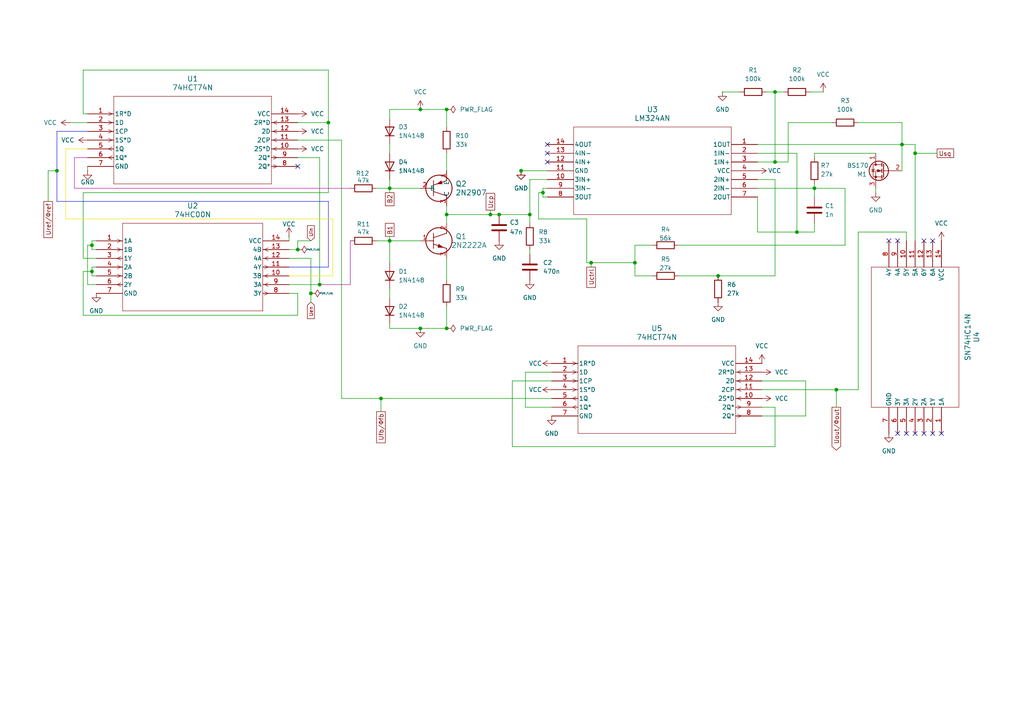
<source format=kicad_sch>
(kicad_sch (version 20250114) (generator "eeschema") (generator_version "9.0")
  (paper "A4")
  (lib_symbols
    (symbol "Device:C" (pin_numbers (hide yes)) (pin_names (offset 0.254))
      (property "Reference" "C" (at 0.635 2.54 0))
      (property "Value" "C" (at 0.635 -2.54 0))
      (symbol "C_0_1"
        (polyline (pts (xy -2.032 0.762) (xy 2.032 0.762)) (stroke (width 0.508)))
        (polyline (pts (xy -2.032 -0.762) (xy 2.032 -0.762)) (stroke (width 0.508)))
      )
      (symbol "C_1_1"
        (pin passive line (at 0 3.81 270) (length 2.794) (name "~") (number "1"))
        (pin passive line (at 0 -3.81 90) (length 2.794) (name "~") (number "2"))
      )
    )
    (symbol "Device:R" (pin_numbers (hide yes)) (pin_names (offset 0))
      (property "Reference" "R" (at 2.032 0 90))
      (property "Value" "R" (at 0 0 90))
      (symbol "R_0_1"
        (rectangle (start -1.016 -2.54) (end 1.016 2.54) (stroke (width 0.254)))
      )
      (symbol "R_1_1"
        (pin passive line (at 0 3.81 270) (length 1.27) (name "~") (number "1"))
        (pin passive line (at 0 -3.81 90) (length 1.27) (name "~") (number "2"))
      )
    )
    (symbol "Diode:1N4148" (pin_numbers (hide yes)) (pin_names (hide yes))
      (property "Reference" "D" (at 0 2.54 0))
      (property "Value" "1N4148" (at 0 -2.54 0))
      (symbol "1N4148_0_1"
        (polyline (pts (xy -1.27 1.27) (xy -1.27 -1.27)) (stroke (width 0.254)))
        (polyline (pts (xy 1.27 1.27) (xy 1.27 -1.27) (xy -1.27 0) (xy 1.27 1.27)) (stroke (width 0.254)))
        (polyline (pts (xy 1.27 0) (xy -1.27 0)))
      )
      (symbol "1N4148_1_1"
        (pin passive line (at -3.81 0 0) (length 2.54) (name "K") (number "1"))
        (pin passive line (at 3.81 0 180) (length 2.54) (name "A") (number "2"))
      )
    )
    (symbol "Pll_sym_1:74HCT74N" (pin_names (offset 0.254))
      (property "Reference" "U" (at 30.48 10.16 0))
      (property "Value" "74HCT74N" (at 30.48 7.62 0))
      (symbol "74HCT74N_0_1"
        (polyline (pts (xy 7.0993 0) (xy 6.0579 0.5207)) (stroke (width 0.127)))
        (polyline (pts (xy 7.0993 0) (xy 6.0579 -0.5207)) (stroke (width 0.127)))
        (polyline (pts (xy 7.0993 -2.54) (xy 6.0579 -2.0193)) (stroke (width 0.127)))
        (polyline (pts (xy 7.0993 -2.54) (xy 6.0579 -3.0607)) (stroke (width 0.127)))
        (polyline (pts (xy 7.0993 -5.08) (xy 6.0579 -4.5593)) (stroke (width 0.127)))
        (polyline (pts (xy 7.0993 -5.08) (xy 6.0579 -5.6007)) (stroke (width 0.127)))
        (polyline (pts (xy 7.0993 -7.62) (xy 6.0579 -7.0993)) (stroke (width 0.127)))
        (polyline (pts (xy 7.0993 -7.62) (xy 6.0579 -8.1407)) (stroke (width 0.127)))
        (polyline (pts (xy 7.0993 -9.6393) (xy 6.0579 -10.16)) (stroke (width 0.127)))
        (polyline (pts (xy 7.0993 -10.6807) (xy 6.0579 -10.16)) (stroke (width 0.127)))
        (polyline (pts (xy 7.0993 -12.1793) (xy 6.0579 -12.7)) (stroke (width 0.127)))
        (polyline (pts (xy 7.0993 -13.2207) (xy 6.0579 -12.7)) (stroke (width 0.127)))
        (polyline (pts (xy 7.62 5.08) (xy 7.62 -20.32)) (stroke (width 0.127)))
        (polyline (pts (xy 7.62 -20.32) (xy 53.34 -20.32)) (stroke (width 0.127)))
        (polyline (pts (xy 53.34 5.08) (xy 7.62 5.08)) (stroke (width 0.127)))
        (polyline (pts (xy 53.34 -20.32) (xy 53.34 5.08)) (stroke (width 0.127)))
        (polyline (pts (xy 53.8607 -2.54) (xy 54.9021 -2.0193)) (stroke (width 0.127)))
        (polyline (pts (xy 53.8607 -2.54) (xy 54.9021 -3.0607)) (stroke (width 0.127)))
        (polyline (pts (xy 53.8607 -5.08) (xy 54.9021 -4.5593)) (stroke (width 0.127)))
        (polyline (pts (xy 53.8607 -5.08) (xy 54.9021 -5.6007)) (stroke (width 0.127)))
        (polyline (pts (xy 53.8607 -7.62) (xy 54.9021 -7.0993)) (stroke (width 0.127)))
        (polyline (pts (xy 53.8607 -7.62) (xy 54.9021 -8.1407)) (stroke (width 0.127)))
        (polyline (pts (xy 53.8607 -10.16) (xy 54.9021 -9.6393)) (stroke (width 0.127)))
        (polyline (pts (xy 53.8607 -10.16) (xy 54.9021 -10.6807)) (stroke (width 0.127)))
        (polyline (pts (xy 53.8607 -12.1793) (xy 54.9021 -12.7)) (stroke (width 0.127)))
        (polyline (pts (xy 53.8607 -13.2207) (xy 54.9021 -12.7)) (stroke (width 0.127)))
        (polyline (pts (xy 53.8607 -14.7193) (xy 54.9021 -15.24)) (stroke (width 0.127)))
        (polyline (pts (xy 53.8607 -15.7607) (xy 54.9021 -15.24)) (stroke (width 0.127)))
        (pin input line (at 0 0 0) (length 7.62) (name "1R*D") (number "1"))
        (pin input line (at 0 -2.54 0) (length 7.62) (name "1D") (number "2"))
        (pin input line (at 0 -5.08 0) (length 7.62) (name "1CP") (number "3"))
        (pin input line (at 0 -7.62 0) (length 7.62) (name "1S*D") (number "4"))
        (pin output line (at 0 -10.16 0) (length 7.62) (name "1Q") (number "5"))
        (pin output line (at 0 -12.7 0) (length 7.62) (name "1Q*") (number "6"))
        (pin power_in line (at 0 -15.24 0) (length 7.62) (name "GND") (number "7"))
        (pin power_in line (at 60.96 0 180) (length 7.62) (name "VCC") (number "14"))
        (pin input line (at 60.96 -2.54 180) (length 7.62) (name "2R*D") (number "13"))
        (pin input line (at 60.96 -5.08 180) (length 7.62) (name "2D") (number "12"))
        (pin input line (at 60.96 -7.62 180) (length 7.62) (name "2CP") (number "11"))
        (pin input line (at 60.96 -10.16 180) (length 7.62) (name "2S*D") (number "10"))
        (pin output line (at 60.96 -12.7 180) (length 7.62) (name "2Q*") (number "9"))
        (pin output line (at 60.96 -15.24 180) (length 7.62) (name "2Q*") (number "8"))
      )
    )
    (symbol "Pll_sym_2:74HC00N" (pin_names (offset 0.254))
      (property "Reference" "U" (at 27.94 10.16 0))
      (property "Value" "74HC00N" (at 27.94 7.62 0))
      (symbol "74HC00N_0_1"
        (polyline (pts (xy 7.0993 0) (xy 6.0579 0.5207)) (stroke (width 0.127)))
        (polyline (pts (xy 7.0993 0) (xy 6.0579 -0.5207)) (stroke (width 0.127)))
        (polyline (pts (xy 7.0993 -2.54) (xy 6.0579 -2.0193)) (stroke (width 0.127)))
        (polyline (pts (xy 7.0993 -2.54) (xy 6.0579 -3.0607)) (stroke (width 0.127)))
        (polyline (pts (xy 7.0993 -4.5593) (xy 6.0579 -5.08)) (stroke (width 0.127)))
        (polyline (pts (xy 7.0993 -5.6007) (xy 6.0579 -5.08)) (stroke (width 0.127)))
        (polyline (pts (xy 7.0993 -7.62) (xy 6.0579 -7.0993)) (stroke (width 0.127)))
        (polyline (pts (xy 7.0993 -7.62) (xy 6.0579 -8.1407)) (stroke (width 0.127)))
        (polyline (pts (xy 7.0993 -10.16) (xy 6.0579 -9.6393)) (stroke (width 0.127)))
        (polyline (pts (xy 7.0993 -10.16) (xy 6.0579 -10.6807)) (stroke (width 0.127)))
        (polyline (pts (xy 7.0993 -12.1793) (xy 6.0579 -12.7)) (stroke (width 0.127)))
        (polyline (pts (xy 7.0993 -13.2207) (xy 6.0579 -12.7)) (stroke (width 0.127)))
        (polyline (pts (xy 7.62 5.08) (xy 7.62 -20.32)) (stroke (width 0.127)))
        (polyline (pts (xy 7.62 -20.32) (xy 48.26 -20.32)) (stroke (width 0.127)))
        (polyline (pts (xy 48.26 5.08) (xy 7.62 5.08)) (stroke (width 0.127)))
        (polyline (pts (xy 48.26 -20.32) (xy 48.26 5.08)) (stroke (width 0.127)))
        (polyline (pts (xy 48.7807 -2.54) (xy 49.8221 -2.0193)) (stroke (width 0.127)))
        (polyline (pts (xy 48.7807 -2.54) (xy 49.8221 -3.0607)) (stroke (width 0.127)))
        (polyline (pts (xy 48.7807 -5.08) (xy 49.8221 -4.5593)) (stroke (width 0.127)))
        (polyline (pts (xy 48.7807 -5.08) (xy 49.8221 -5.6007)) (stroke (width 0.127)))
        (polyline (pts (xy 48.7807 -7.0993) (xy 49.8221 -7.62)) (stroke (width 0.127)))
        (polyline (pts (xy 48.7807 -8.1407) (xy 49.8221 -7.62)) (stroke (width 0.127)))
        (polyline (pts (xy 48.7807 -10.16) (xy 49.8221 -9.6393)) (stroke (width 0.127)))
        (polyline (pts (xy 48.7807 -10.16) (xy 49.8221 -10.6807)) (stroke (width 0.127)))
        (polyline (pts (xy 48.7807 -12.7) (xy 49.8221 -12.1793)) (stroke (width 0.127)))
        (polyline (pts (xy 48.7807 -12.7) (xy 49.8221 -13.2207)) (stroke (width 0.127)))
        (polyline (pts (xy 48.7807 -14.7193) (xy 49.8221 -15.24)) (stroke (width 0.127)))
        (polyline (pts (xy 48.7807 -15.7607) (xy 49.8221 -15.24)) (stroke (width 0.127)))
        (pin input line (at 0 0 0) (length 7.62) (name "1A") (number "1"))
        (pin input line (at 0 -2.54 0) (length 7.62) (name "1B") (number "2"))
        (pin output line (at 0 -5.08 0) (length 7.62) (name "1Y") (number "3"))
        (pin input line (at 0 -7.62 0) (length 7.62) (name "2A") (number "4"))
        (pin input line (at 0 -10.16 0) (length 7.62) (name "2B") (number "5"))
        (pin output line (at 0 -12.7 0) (length 7.62) (name "2Y") (number "6"))
        (pin power_in line (at 0 -15.24 0) (length 7.62) (name "GND") (number "7"))
        (pin power_in line (at 55.88 0 180) (length 7.62) (name "VCC") (number "14"))
        (pin input line (at 55.88 -2.54 180) (length 7.62) (name "4B") (number "13"))
        (pin input line (at 55.88 -5.08 180) (length 7.62) (name "4A") (number "12"))
        (pin output line (at 55.88 -7.62 180) (length 7.62) (name "4Y") (number "11"))
        (pin input line (at 55.88 -10.16 180) (length 7.62) (name "3B") (number "10"))
        (pin input line (at 55.88 -12.7 180) (length 7.62) (name "3A") (number "9"))
        (pin output line (at 55.88 -15.24 180) (length 7.62) (name "3Y") (number "8"))
      )
    )
    (symbol "Pll_sym_3:2N2222A" (pin_names (offset 0.254))
      (property "Reference" "CR" (at 10.16 2.54 0))
      (property "Value" "2N2222A" (at 10.16 -2.54 0))
      (symbol "2N2222A_0_1"
        (polyline (pts (xy 2.54 0) (xy 3.81 0)) (stroke (width 0.2032)))
        (polyline (pts (xy 3.81 0.9398) (xy 7.62 2.2098)) (stroke (width 0.2032)))
        (polyline (pts (xy 3.81 -0.9398) (xy 7.62 -2.2098)) (stroke (width 0.2032)))
        (polyline (pts (xy 3.81 -2.2098) (xy 3.81 2.2098)) (stroke (width 0.2032)))
        (circle (center 5.3848 0) (radius 3.81) (stroke (width 0.254)))
        (polyline (pts (xy 5.3848 -0.9398) (xy 5.08 -1.905) (xy 6.6548 -1.905)) (fill (type outline)))
        (polyline (pts (xy 7.62 2.2098) (xy 7.62 2.54)) (stroke (width 0.2032)))
        (polyline (pts (xy 7.62 -2.54) (xy 7.62 -2.2098)) (stroke (width 0.2032)))
        (pin unspecified line (at 0 0 0) (length 2.54) (name "") (number "1"))
        (pin unspecified line (at 7.62 5.08 270) (length 2.54) (name "") (number "2"))
        (pin unspecified line (at 7.62 -5.08 90) (length 2.54) (name "") (number "3"))
      )
    )
    (symbol "Pll_sym_4:JANTX2N2907A" (pin_names (offset 0.254))
      (property "Reference" "Q" (at 10.16 2.54 0))
      (property "Value" "JANTX2N2907A" (at 10.16 -2.54 0))
      (symbol "JANTX2N2907A_0_1"
        (polyline (pts (xy 2.54 0) (xy 3.81 0)) (stroke (width 0.2032)))
        (polyline (pts (xy 3.81 0.9398) (xy 7.62 2.2098)) (stroke (width 0.2032)))
        (polyline (pts (xy 3.81 -0.9398) (xy 7.62 -2.2098)) (stroke (width 0.2032)))
        (polyline (pts (xy 3.81 -2.2098) (xy 3.81 2.2098)) (stroke (width 0.2032)))
        (circle (center 5.3848 0) (radius 3.81) (stroke (width 0.254)))
        (polyline (pts (xy 6.0198 -2.2098) (xy 6.35 -1.27) (xy 4.7498 -1.27)) (fill (type outline)))
        (polyline (pts (xy 7.62 2.2098) (xy 7.62 2.54)) (stroke (width 0.2032)))
        (polyline (pts (xy 7.62 -2.54) (xy 7.62 -2.2098)) (stroke (width 0.2032)))
        (pin unspecified line (at 0 0 0) (length 2.54) (name "B") (number "2"))
        (pin unspecified line (at 7.62 5.08 270) (length 2.54) (name "C") (number "3"))
        (pin unspecified line (at 7.62 -5.08 90) (length 2.54) (name "E") (number "1"))
      )
    )
    (symbol "Pll_sym_5:LM324AN" (pin_names (offset 0.254))
      (property "Reference" "U" (at 30.48 10.16 0))
      (property "Value" "LM324AN" (at 30.48 7.62 0))
      (symbol "LM324AN_0_1"
        (polyline (pts (xy 7.62 5.08) (xy 7.62 -20.32)) (stroke (width 0.127)))
        (polyline (pts (xy 7.62 -20.32) (xy 53.34 -20.32)) (stroke (width 0.127)))
        (polyline (pts (xy 53.34 5.08) (xy 7.62 5.08)) (stroke (width 0.127)))
        (polyline (pts (xy 53.34 -20.32) (xy 53.34 5.08)) (stroke (width 0.127)))
        (pin output line (at 0 0 0) (length 7.62) (name "1OUT") (number "1"))
        (pin input line (at 0 -2.54 0) (length 7.62) (name "1IN-") (number "2"))
        (pin input line (at 0 -5.08 0) (length 7.62) (name "1IN+") (number "3"))
        (pin power_in line (at 0 -7.62 0) (length 7.62) (name "VCC") (number "4"))
        (pin input line (at 0 -10.16 0) (length 7.62) (name "2IN+") (number "5"))
        (pin input line (at 0 -12.7 0) (length 7.62) (name "2IN-") (number "6"))
        (pin output line (at 0 -15.24 0) (length 7.62) (name "2OUT") (number "7"))
        (pin output line (at 60.96 0 180) (length 7.62) (name "4OUT") (number "14"))
        (pin input line (at 60.96 -2.54 180) (length 7.62) (name "4IN-") (number "13"))
        (pin input line (at 60.96 -5.08 180) (length 7.62) (name "4IN+") (number "12"))
        (pin power_in line (at 60.96 -7.62 180) (length 7.62) (name "GND") (number "11"))
        (pin input line (at 60.96 -10.16 180) (length 7.62) (name "3IN+") (number "10"))
        (pin input line (at 60.96 -12.7 180) (length 7.62) (name "3IN-") (number "9"))
        (pin output line (at 60.96 -15.24 180) (length 7.62) (name "3OUT") (number "8"))
      )
    )
    (symbol "Pll_sym_6:SN74HC14N" (pin_names (offset 0.254))
      (property "Reference" "U" (at 27.94 10.16 0))
      (property "Value" "SN74HC14N" (at 27.94 7.62 0))
      (symbol "SN74HC14N_0_1"
        (polyline (pts (xy 7.62 5.08) (xy 7.62 -20.32)) (stroke (width 0.127)))
        (polyline (pts (xy 7.62 -20.32) (xy 48.26 -20.32)) (stroke (width 0.127)))
        (polyline (pts (xy 48.26 5.08) (xy 7.62 5.08)) (stroke (width 0.127)))
        (polyline (pts (xy 48.26 -20.32) (xy 48.26 5.08)) (stroke (width 0.127)))
        (pin input line (at 0 0 0) (length 7.62) (name "1A") (number "1"))
        (pin output line (at 0 -2.54 0) (length 7.62) (name "1Y") (number "2"))
        (pin input line (at 0 -5.08 0) (length 7.62) (name "2A") (number "3"))
        (pin output line (at 0 -7.62 0) (length 7.62) (name "2Y") (number "4"))
        (pin input line (at 0 -10.16 0) (length 7.62) (name "3A") (number "5"))
        (pin output line (at 0 -12.7 0) (length 7.62) (name "3Y") (number "6"))
        (pin power_in line (at 0 -15.24 0) (length 7.62) (name "GND") (number "7"))
        (pin power_in line (at 55.88 0 180) (length 7.62) (name "VCC") (number "14"))
        (pin input line (at 55.88 -2.54 180) (length 7.62) (name "6A") (number "13"))
        (pin output line (at 55.88 -5.08 180) (length 7.62) (name "6Y") (number "12"))
        (pin input line (at 55.88 -7.62 180) (length 7.62) (name "5A") (number "11"))
        (pin output line (at 55.88 -10.16 180) (length 7.62) (name "5Y") (number "10"))
        (pin input line (at 55.88 -12.7 180) (length 7.62) (name "4A") (number "9"))
        (pin output line (at 55.88 -15.24 180) (length 7.62) (name "4Y") (number "8"))
      )
    )
    (symbol "Transistor_FET:BS170" (pin_names (hide yes))
      (property "Reference" "Q" (at 5.08 1.905 0))
      (property "Value" "BS170" (at 5.08 0 0))
      (symbol "BS170_0_1"
        (polyline (pts (xy 0.254 1.905) (xy 0.254 -1.905)) (stroke (width 0.254)))
        (polyline (pts (xy 0.254 0) (xy -2.54 0)))
        (polyline (pts (xy 0.762 2.286) (xy 0.762 1.27)) (stroke (width 0.254)))
        (polyline (pts (xy 0.762 0.508) (xy 0.762 -0.508)) (stroke (width 0.254)))
        (polyline (pts (xy 0.762 -1.27) (xy 0.762 -2.286)) (stroke (width 0.254)))
        (polyline (pts (xy 0.762 -1.778) (xy 3.302 -1.778) (xy 3.302 1.778) (xy 0.762 1.778)))
        (polyline (pts (xy 1.016 0) (xy 2.032 0.381) (xy 2.032 -0.381) (xy 1.016 0)) (fill (type outline)))
        (circle (center 1.651 0) (radius 2.794) (stroke (width 0.254)))
        (polyline (pts (xy 2.54 2.54) (xy 2.54 1.778)))
        (circle (center 2.54 1.778) (radius 0.254) (fill (type outline)))
        (circle (center 2.54 -1.778) (radius 0.254) (fill (type outline)))
        (polyline (pts (xy 2.54 -2.54) (xy 2.54 0) (xy 0.762 0)))
        (polyline (pts (xy 2.794 0.508) (xy 2.921 0.381) (xy 3.683 0.381) (xy 3.81 0.254)))
        (polyline (pts (xy 3.302 0.381) (xy 2.921 -0.254) (xy 3.683 -0.254) (xy 3.302 0.381)))
      )
      (symbol "BS170_1_1"
        (pin input line (at -5.08 0 0) (length 2.54) (name "G") (number "2"))
        (pin passive line (at 2.54 5.08 270) (length 2.54) (name "D") (number "1"))
        (pin passive line (at 2.54 -5.08 90) (length 2.54) (name "S") (number "3"))
      )
    )
    (symbol "power:GND" (power) (pin_numbers (hide yes)) (pin_names (offset 0) (hide yes))
      (property "Value" "GND" (at 0 -3.81 0))
      (symbol "GND_0_1"
        (polyline (pts (xy 0 0) (xy 0 -1.27) (xy 1.27 -1.27) (xy 0 -2.54) (xy -1.27 -1.27) (xy 0 -1.27)))
      )
      (symbol "GND_1_1"
        (pin power_in line (at 0 0 270) (length 0) (name "~") (number "1"))
      )
    )
    (symbol "power:PWR_FLAG" (power) (pin_numbers (hide yes)) (pin_names (offset 0) (hide yes))
      (property "Value" "PWR_FLAG" (at 0 3.81 0))
      (symbol "PWR_FLAG_0_0"
        (pin power_out line (at 0 0 90) (length 0) (name "~") (number "1"))
      )
      (symbol "PWR_FLAG_0_1"
        (polyline (pts (xy 0 0) (xy 0 1.27) (xy -1.016 1.905) (xy 0 2.54) (xy 1.016 1.905) (xy 0 1.27)))
      )
    )
    (symbol "power:VCC" (power) (pin_numbers (hide yes)) (pin_names (offset 0) (hide yes))
      (property "Value" "VCC" (at 0 3.556 0))
      (symbol "VCC_0_1"
        (polyline (pts (xy -0.762 1.27) (xy 0 2.54)))
        (polyline (pts (xy 0 2.54) (xy 0.762 1.27)))
        (polyline (pts (xy 0 0) (xy 0 2.54)))
      )
      (symbol "VCC_1_1"
        (pin power_in line (at 0 0 90) (length 0) (name "~") (number "1"))
      )
    )
  )
  (junction (at 90.17 85.09))
  (junction (at 142.24 62.23))
  (junction (at 236.22 54.61))
  (junction (at 242.57 113.03))
  (junction (at 157.48 55.88))
  (junction (at 208.28 80.01))
  (junction (at 184.15 76.2))
  (junction (at 113.03 54.61))
  (junction (at 153.67 62.23))
  (junction (at 113.03 69.85))
  (junction (at 224.79 46.99))
  (junction (at 261.62 41.91))
  (junction (at 95.25 35.56))
  (junction (at 129.54 95.25))
  (junction (at 16.51 49.53))
  (junction (at 26.67 78.74))
  (junction (at 26.67 71.12))
  (junction (at 129.54 62.23))
  (junction (at 110.49 115.57))
  (junction (at 121.92 31.75))
  (junction (at 86.36 72.39))
  (junction (at 144.78 62.23))
  (junction (at 151.13 49.53))
  (junction (at 224.79 26.67))
  (junction (at 231.14 67.31))
  (junction (at 92.71 82.55))
  (junction (at 265.43 44.45))
  (junction (at 171.45 76.2))
  (junction (at 121.92 95.25))
  (junction (at 129.54 31.75))
  (no_connect (at 270.51 125.73))
  (no_connect (at 262.89 125.73))
  (no_connect (at 257.81 69.85))
  (no_connect (at 265.43 125.73))
  (no_connect (at 86.36 48.26))
  (no_connect (at 270.51 69.85))
  (no_connect (at 267.97 69.85))
  (no_connect (at 273.05 125.73))
  (no_connect (at 267.97 125.73))
  (no_connect (at 260.35 69.85))
  (no_connect (at 260.35 125.73))
  (no_connect (at 158.75 41.91))
  (no_connect (at 158.75 44.45))
  (no_connect (at 158.75 46.99))
  (wire (pts (xy 13.97 49.53) (xy 16.51 49.53)))
  (wire (pts (xy 219.71 52.07) (xy 224.79 52.07)))
  (wire (pts (xy 170.18 76.2) (xy 170.18 63.5)))
  (wire (pts (xy 231.14 44.45) (xy 231.14 67.31)))
  (wire (pts (xy 26.67 71.12) (xy 26.67 72.39)))
  (wire (pts (xy 242.57 113.03) (xy 242.57 118.11)))
  (wire (pts (xy 90.17 85.09) (xy 90.17 74.93)))
  (wire (pts (xy 261.62 41.91) (xy 265.43 41.91)))
  (wire (pts (xy 26.67 77.47) (xy 26.67 78.74)))
  (wire (pts (xy 236.22 45.72) (xy 236.22 44.45)))
  (wire (pts (xy 236.22 44.45) (xy 254 44.45)))
  (wire (pts (xy 25.4 49.53) (xy 25.4 48.26)))
  (wire (pts (xy 86.36 72.39) (xy 83.82 72.39)))
  (wire (pts (xy 220.98 110.49) (xy 233.68 110.49)))
  (wire (pts (xy 219.71 41.91) (xy 261.62 41.91)))
  (wire (pts (xy 113.03 83.82) (xy 113.03 86.36)))
  (wire (pts (xy 90.17 69.85) (xy 86.36 69.85)))
  (wire (pts (xy 148.59 129.54) (xy 148.59 110.49)))
  (wire (pts (xy 95.25 20.32) (xy 95.25 35.56)))
  (wire (pts (xy 110.49 115.57) (xy 110.49 119.38)))
  (wire (pts (xy 113.03 69.85) (xy 121.92 69.85)))
  (wire (pts (xy 248.92 35.56) (xy 261.62 35.56)))
  (wire (pts (xy 262.89 69.85) (xy 262.89 67.31)))
  (wire (pts (xy 121.92 31.75) (xy 113.03 31.75)))
  (wire (pts (xy 27.94 69.85) (xy 26.67 69.85)))
  (wire (pts (xy 219.71 67.31) (xy 219.71 57.15)))
  (wire (pts (xy 222.25 26.67) (xy 224.79 26.67)))
  (wire (pts (xy 236.22 53.34) (xy 236.22 54.61)))
  (wire (pts (xy 26.67 80.01) (xy 27.94 80.01)))
  (wire (pts (xy 184.15 71.12) (xy 184.15 76.2)))
  (wire (pts (xy 265.43 41.91) (xy 265.43 44.45)))
  (wire (pts (xy 96.52 80.01) (xy 83.82 80.01)) (stroke (width 0) (color 235 230 20 1)))
  (wire (pts (xy 26.67 72.39) (xy 27.94 72.39)))
  (wire (pts (xy 219.71 54.61) (xy 236.22 54.61)))
  (wire (pts (xy 233.68 120.65) (xy 220.98 120.65)))
  (wire (pts (xy 113.03 31.75) (xy 113.03 34.29)))
  (wire (pts (xy 86.36 91.44) (xy 24.13 91.44)))
  (wire (pts (xy 157.48 57.15) (xy 158.75 57.15)))
  (wire (pts (xy 25.4 82.55) (xy 25.4 71.12)))
  (wire (pts (xy 121.92 95.25) (xy 129.54 95.25)))
  (wire (pts (xy 156.21 63.5) (xy 156.21 55.88)))
  (wire (pts (xy 92.71 82.55) (xy 83.82 82.55)))
  (wire (pts (xy 189.23 71.12) (xy 184.15 71.12)))
  (wire (pts (xy 101.6 69.85) (xy 101.6 82.55)) (stroke (width 0) (color 159 28 149 1)))
  (wire (pts (xy 25.4 33.02) (xy 24.13 33.02)))
  (wire (pts (xy 86.36 45.72) (xy 92.71 45.72)))
  (wire (pts (xy 129.54 88.9) (xy 129.54 95.25)))
  (wire (pts (xy 261.62 35.56) (xy 261.62 41.91)))
  (wire (pts (xy 219.71 46.99) (xy 224.79 46.99)))
  (wire (pts (xy 153.67 52.07) (xy 153.67 62.23)))
  (wire (pts (xy 83.82 85.09) (xy 86.36 85.09)))
  (wire (pts (xy 95.25 58.42) (xy 95.25 77.47)) (stroke (width 0) (color 23 28 223 1)))
  (wire (pts (xy 158.75 54.61) (xy 157.48 54.61)))
  (wire (pts (xy 86.36 85.09) (xy 86.36 91.44)))
  (wire (pts (xy 113.03 52.07) (xy 113.03 54.61)))
  (wire (pts (xy 224.79 129.54) (xy 148.59 129.54)))
  (wire (pts (xy 113.03 41.91) (xy 113.03 44.45)))
  (wire (pts (xy 21.59 45.72) (xy 21.59 54.61)) (stroke (width 0) (color 173 24 169 1)))
  (wire (pts (xy 142.24 62.23) (xy 144.78 62.23)))
  (wire (pts (xy 95.25 77.47) (xy 83.82 77.47)) (stroke (width 0) (color 23 28 223 1)))
  (wire (pts (xy 129.54 62.23) (xy 129.54 64.77)))
  (wire (pts (xy 129.54 31.75) (xy 121.92 31.75)))
  (wire (pts (xy 86.36 69.85) (xy 86.36 72.39)))
  (wire (pts (xy 19.05 63.5) (xy 96.52 63.5)) (stroke (width 0) (color 235 230 20 1)))
  (wire (pts (xy 27.94 74.93) (xy 24.13 74.93)))
  (wire (pts (xy 254 54.61) (xy 254 55.88)))
  (wire (pts (xy 261.62 41.91) (xy 261.62 49.53)))
  (wire (pts (xy 21.59 54.61) (xy 101.6 54.61)) (stroke (width 0) (color 173 24 169 1)))
  (wire (pts (xy 156.21 55.88) (xy 157.48 55.88)))
  (wire (pts (xy 219.71 44.45) (xy 231.14 44.45)))
  (wire (pts (xy 113.03 54.61) (xy 121.92 54.61)))
  (wire (pts (xy 129.54 62.23) (xy 142.24 62.23)))
  (wire (pts (xy 90.17 74.93) (xy 83.82 74.93)))
  (wire (pts (xy 25.4 71.12) (xy 26.67 71.12)))
  (wire (pts (xy 25.4 43.18) (xy 19.05 43.18)) (stroke (width 0) (color 235 230 20 1)))
  (wire (pts (xy 13.97 58.42) (xy 13.97 49.53)))
  (wire (pts (xy 113.03 68.58) (xy 113.03 69.85)))
  (wire (pts (xy 171.45 76.2) (xy 171.45 77.47)))
  (wire (pts (xy 248.92 67.31) (xy 248.92 113.03)))
  (wire (pts (xy 152.4 107.95) (xy 152.4 118.11)))
  (wire (pts (xy 24.13 74.93) (xy 24.13 55.88)))
  (wire (pts (xy 148.59 110.49) (xy 160.02 110.49)))
  (wire (pts (xy 228.6 35.56) (xy 241.3 35.56)))
  (wire (pts (xy 224.79 80.01) (xy 208.28 80.01)))
  (wire (pts (xy 184.15 76.2) (xy 184.15 80.01)))
  (wire (pts (xy 228.6 46.99) (xy 228.6 35.56)))
  (wire (pts (xy 236.22 64.77) (xy 236.22 67.31)))
  (wire (pts (xy 171.45 76.2) (xy 170.18 76.2)))
  (wire (pts (xy 142.24 60.96) (xy 142.24 62.23)))
  (wire (pts (xy 196.85 80.01) (xy 208.28 80.01)))
  (wire (pts (xy 86.36 35.56) (xy 95.25 35.56)))
  (wire (pts (xy 27.94 77.47) (xy 26.67 77.47)))
  (wire (pts (xy 25.4 38.1) (xy 16.51 38.1)) (stroke (width 0) (color 23 28 223 1)))
  (wire (pts (xy 242.57 113.03) (xy 220.98 113.03)))
  (wire (pts (xy 24.13 33.02) (xy 24.13 20.32)))
  (wire (pts (xy 113.03 69.85) (xy 109.22 69.85)))
  (wire (pts (xy 262.89 67.31) (xy 248.92 67.31)))
  (wire (pts (xy 86.36 40.64) (xy 99.06 40.64)))
  (wire (pts (xy 184.15 76.2) (xy 171.45 76.2)))
  (wire (pts (xy 158.75 52.07) (xy 153.67 52.07)))
  (wire (pts (xy 24.13 55.88) (xy 95.25 55.88)))
  (wire (pts (xy 157.48 55.88) (xy 157.48 57.15)))
  (wire (pts (xy 113.03 76.2) (xy 113.03 69.85)))
  (wire (pts (xy 224.79 118.11) (xy 224.79 129.54)))
  (wire (pts (xy 26.67 78.74) (xy 26.67 80.01)))
  (wire (pts (xy 26.67 69.85) (xy 26.67 71.12)))
  (wire (pts (xy 224.79 26.67) (xy 224.79 46.99)))
  (wire (pts (xy 109.22 54.61) (xy 113.03 54.61)))
  (wire (pts (xy 196.85 71.12) (xy 245.11 71.12)))
  (wire (pts (xy 224.79 52.07) (xy 224.79 80.01)))
  (wire (pts (xy 236.22 54.61) (xy 245.11 54.61)))
  (wire (pts (xy 110.49 115.57) (xy 160.02 115.57)))
  (wire (pts (xy 224.79 26.67) (xy 227.33 26.67)))
  (wire (pts (xy 231.14 67.31) (xy 236.22 67.31)))
  (wire (pts (xy 99.06 40.64) (xy 99.06 115.57)))
  (wire (pts (xy 129.54 74.93) (xy 129.54 81.28)))
  (wire (pts (xy 96.52 63.5) (xy 96.52 80.01)) (stroke (width 0) (color 235 230 20 1)))
  (wire (pts (xy 160.02 107.95) (xy 152.4 107.95)))
  (wire (pts (xy 16.51 58.42) (xy 95.25 58.42)) (stroke (width 0) (color 23 28 223 1)))
  (wire (pts (xy 152.4 118.11) (xy 160.02 118.11)))
  (wire (pts (xy 24.13 78.74) (xy 26.67 78.74)))
  (wire (pts (xy 129.54 44.45) (xy 129.54 49.53)))
  (wire (pts (xy 20.32 35.56) (xy 25.4 35.56)))
  (wire (pts (xy 170.18 63.5) (xy 156.21 63.5)))
  (wire (pts (xy 151.13 49.53) (xy 158.75 49.53)))
  (wire (pts (xy 271.78 44.45) (xy 265.43 44.45)))
  (wire (pts (xy 234.95 26.67) (xy 238.76 26.67)))
  (wire (pts (xy 95.25 35.56) (xy 95.25 55.88)))
  (wire (pts (xy 129.54 59.69) (xy 129.54 62.23)))
  (wire (pts (xy 24.13 91.44) (xy 24.13 78.74)))
  (wire (pts (xy 236.22 57.15) (xy 236.22 54.61)))
  (wire (pts (xy 25.4 45.72) (xy 21.59 45.72)) (stroke (width 0) (color 173 24 169 1)))
  (wire (pts (xy 83.82 68.58) (xy 83.82 69.85)))
  (wire (pts (xy 233.68 110.49) (xy 233.68 120.65)))
  (wire (pts (xy 113.03 55.88) (xy 113.03 54.61)))
  (wire (pts (xy 113.03 95.25) (xy 121.92 95.25)))
  (wire (pts (xy 92.71 45.72) (xy 92.71 82.55)))
  (wire (pts (xy 16.51 49.53) (xy 16.51 58.42)) (stroke (width 0) (color 23 28 223 1)))
  (wire (pts (xy 129.54 36.83) (xy 129.54 31.75)))
  (wire (pts (xy 245.11 71.12) (xy 245.11 54.61)))
  (wire (pts (xy 157.48 54.61) (xy 157.48 55.88)))
  (wire (pts (xy 101.6 82.55) (xy 92.71 82.55)) (stroke (width 0) (color 159 28 149 1)))
  (wire (pts (xy 144.78 62.23) (xy 153.67 62.23)))
  (wire (pts (xy 248.92 113.03) (xy 242.57 113.03)))
  (wire (pts (xy 224.79 46.99) (xy 228.6 46.99)))
  (wire (pts (xy 27.94 82.55) (xy 25.4 82.55)))
  (wire (pts (xy 24.13 20.32) (xy 95.25 20.32)))
  (wire (pts (xy 219.71 67.31) (xy 231.14 67.31)))
  (wire (pts (xy 153.67 64.77) (xy 153.67 62.23)))
  (wire (pts (xy 19.05 43.18) (xy 19.05 63.5)) (stroke (width 0) (color 235 230 20 1)))
  (wire (pts (xy 113.03 93.98) (xy 113.03 95.25)))
  (wire (pts (xy 209.55 26.67) (xy 214.63 26.67)))
  (wire (pts (xy 99.06 115.57) (xy 110.49 115.57)))
  (wire (pts (xy 220.98 118.11) (xy 224.79 118.11)))
  (wire (pts (xy 153.67 72.39) (xy 153.67 73.66)))
  (wire (pts (xy 184.15 80.01) (xy 189.23 80.01)))
  (wire (pts (xy 90.17 87.63) (xy 90.17 85.09)))
  (wire (pts (xy 16.51 38.1) (xy 16.51 49.53)) (stroke (width 0) (color 23 28 223 1)))
  (wire (pts (xy 265.43 44.45) (xy 265.43 69.85)))
  (global_label "Uout{slash}Φout" (shape output) (at 242.57 118.11 270) (property "Intersheetrefs" "${INTERSHEET_REFS}" (effects (hide yes))))
  (global_label "Ucp" (shape passive) (at 142.24 60.96 90) (property "Intersheetrefs" "${INTERSHEET_REFS}" (effects (hide yes))))
  (global_label "Usq" (shape passive) (at 271.78 44.45 0) (property "Intersheetrefs" "${INTERSHEET_REFS}" (effects (hide yes))))
  (global_label "B1" (shape passive) (at 113.03 68.58 90) (property "Intersheetrefs" "${INTERSHEET_REFS}" (effects (hide yes))))
  (global_label "B2" (shape passive) (at 113.03 55.88 270) (property "Intersheetrefs" "${INTERSHEET_REFS}" (effects (hide yes))))
  (global_label "Uctrl" (shape passive) (at 171.45 77.47 270) (property "Intersheetrefs" "${INTERSHEET_REFS}" (effects (hide yes))))
  (global_label "Uen" (shape input) (at 90.17 87.63 270) (effects (font (size 1.016 1.016))) (property "Intersheetrefs" "${INTERSHEET_REFS}" (effects (hide yes))))
  (global_label "Ufb{slash}Φfb" (shape passive) (at 110.49 119.38 270) (property "Intersheetrefs" "${INTERSHEET_REFS}" (effects (hide yes))))
  (global_label "Uref{slash}Φref" (shape passive) (at 13.97 58.42 270) (property "Intersheetrefs" "${INTERSHEET_REFS}" (effects (hide yes))))
  (global_label "Uin" (shape input) (at 90.17 69.85 90) (effects (font (size 1.016 1.016))) (property "Intersheetrefs" "${INTERSHEET_REFS}" (effects (hide yes))))
  (symbol (lib_id "power:VCC") (at 220.98 115.57 270) (unit 1)
    (property "Reference" "#PWR024" (effects (hide yes)))
    (property "Value" "VCC" (at 224.79 115.5699 90) (effects (justify left)))
    (property "Description" "Power symbol creates a global label with name \"VCC\"" (effects (hide yes)))
  )
  (symbol (lib_id "power:GND") (at 160.02 120.65 0) (unit 1)
    (property "Reference" "#PWR023" (effects (hide yes)))
    (property "Value" "GND" (at 160.02 125.73 0))
    (property "Description" "Power symbol creates a global label with name \"GND\" , ground" (effects (hide yes)))
  )
  (symbol (lib_id "power:VCC") (at 86.36 38.1 270) (unit 1)
    (property "Reference" "#PWR06" (effects (hide yes)))
    (property "Value" "VCC" (at 90.17 38.0999 90) (effects (justify left)))
    (property "Description" "Power symbol creates a global label with name \"VCC\"" (effects (hide yes)))
  )
  (symbol (lib_id "power:VCC") (at 160.02 113.03 90) (unit 1)
    (property "Reference" "#PWR026" (effects (hide yes)))
    (property "Value" "VCC" (at 157.226 113.03 90) (effects (justify left)))
    (property "Description" "Power symbol creates a global label with name \"VCC\"" (effects (hide yes)))
  )
  (symbol (lib_id "Device:R") (at 193.04 80.01 90) (unit 1)
    (property "Reference" "R5" (at 193.04 75.184 90))
    (property "Value" "27k" (at 193.04 77.724 90))
    (property "Footprint" "Resistor_THT:R_Axial_DIN0207_L6.3mm_D2.5mm_P7.62mm_Horizontal" (effects (hide yes)))
    (property "Description" "Resistor" (effects (hide yes)))
  )
  (symbol (lib_id "Device:R") (at 231.14 26.67 90) (unit 1)
    (property "Reference" "R2" (at 231.14 20.32 90))
    (property "Value" "100k" (at 231.14 22.86 90))
    (property "Footprint" "Resistor_THT:R_Axial_DIN0207_L6.3mm_D2.5mm_P7.62mm_Horizontal" (effects (hide yes)))
    (property "Description" "Resistor" (effects (hide yes)))
  )
  (symbol (lib_id "power:PWR_FLAG") (at 129.54 95.25 270) (unit 1)
    (property "Reference" "#FLG02" (effects (hide yes)))
    (property "Value" "PWR_FLAG" (at 133.35 95.2499 90) (effects (justify left)))
    (property "Description" "Special symbol for telling ERC where power comes from" (effects (hide yes)))
  )
  (symbol (lib_id "power:VCC") (at 160.02 105.41 90) (unit 1)
    (property "Reference" "#PWR025" (effects (hide yes)))
    (property "Value" "VCC" (at 157.226 105.41 90) (effects (justify left)))
    (property "Description" "Power symbol creates a global label with name \"VCC\"" (effects (hide yes)))
  )
  (symbol (lib_id "power:GND") (at 151.13 49.53 0) (unit 1)
    (property "Reference" "#PWR014" (effects (hide yes)))
    (property "Value" "GND" (at 151.13 54.61 0))
    (property "Description" "Power symbol creates a global label with name \"GND\" , ground" (effects (hide yes)))
  )
  (symbol (lib_id "Device:R") (at 129.54 40.64 0) (unit 1)
    (property "Reference" "R10" (at 132.08 39.3699 0) (effects (justify left)))
    (property "Value" "33k" (at 132.08 41.9099 0) (effects (justify left)))
    (property "Footprint" "Resistor_THT:R_Axial_DIN0207_L6.3mm_D2.5mm_P7.62mm_Horizontal" (effects (hide yes)))
    (property "Description" "Resistor" (effects (hide yes)))
  )
  (symbol (lib_id "Device:R") (at 208.28 83.82 0) (unit 1)
    (property "Reference" "R6" (at 210.82 82.5499 0) (effects (justify left)))
    (property "Value" "27k" (at 210.82 85.0899 0) (effects (justify left)))
    (property "Footprint" "Resistor_THT:R_Axial_DIN0207_L6.3mm_D2.5mm_P7.62mm_Horizontal" (effects (hide yes)))
    (property "Description" "Resistor" (effects (hide yes)))
  )
  (symbol (lib_id "Diode:1N4148") (at 113.03 48.26 90) (unit 1)
    (property "Reference" "D4" (at 115.57 46.9899 90) (effects (justify right)))
    (property "Value" "1N4148" (at 115.57 49.5299 90) (effects (justify right)))
    (property "Footprint" "Diode_THT:D_DO-35_SOD27_P7.62mm_Horizontal" (effects (hide yes)))
    (property "Datasheet" "https://assets.nexperia.com/documents/data-sheet/1N4148_1N4448.pdf" (effects (hide yes)))
    (property "Description" "100V 0.15A standard switching diode, DO-35" (effects (hide yes)))
    (property "Sim.Device" "D" (effects (hide yes)))
    (property "Sim.Pins" "1=K 2=A" (effects (hide yes)))
  )
  (symbol (lib_id "Pll_sym_2:74HC00N") (at 27.94 69.85 0) (unit 1)
    (property "Reference" "U2" (at 55.88 59.69 0) (effects (font (size 1.524 1.524))))
    (property "Value" "74HC00N" (at 55.88 62.23 0) (effects (font (size 1.524 1.524))))
    (property "Footprint" "PLL_Footprints:SOT27-1_NEX (1)" (effects (hide yes)))
    (property "Datasheet" "74HC00N" (effects (hide yes)))
  )
  (symbol (lib_id "Device:R") (at 193.04 71.12 90) (unit 1)
    (property "Reference" "R4" (at 193.04 66.548 90))
    (property "Value" "56k" (at 193.04 69.088 90))
    (property "Footprint" "Resistor_THT:R_Axial_DIN0207_L6.3mm_D2.5mm_P7.62mm_Horizontal" (effects (hide yes)))
    (property "Description" "Resistor" (effects (hide yes)))
  )
  (symbol (lib_id "Diode:1N4148") (at 113.03 80.01 90) (unit 1)
    (property "Reference" "D1" (at 115.57 78.7399 90) (effects (justify right)))
    (property "Value" "1N4148" (at 115.57 81.2799 90) (effects (justify right)))
    (property "Footprint" "Diode_THT:D_DO-35_SOD27_P7.62mm_Horizontal" (effects (hide yes)))
    (property "Datasheet" "https://assets.nexperia.com/documents/data-sheet/1N4148_1N4448.pdf" (effects (hide yes)))
    (property "Description" "100V 0.15A standard switching diode, DO-35" (effects (hide yes)))
    (property "Sim.Device" "D" (effects (hide yes)))
    (property "Sim.Pins" "1=K 2=A" (effects (hide yes)))
  )
  (symbol (lib_id "power:GND") (at 208.28 87.63 0) (unit 1)
    (property "Reference" "#PWR016" (effects (hide yes)))
    (property "Value" "GND" (at 208.28 92.71 0))
    (property "Description" "Power symbol creates a global label with name \"GND\" , ground" (effects (hide yes)))
  )
  (symbol (lib_id "power:GND") (at 151.13 49.53 0) (unit 1)
    (property "Reference" "#PWR013" (effects (hide yes)))
    (property "Value" "GND" (at 151.13 54.61 0))
    (property "Description" "Power symbol creates a global label with name \"GND\" , ground" (effects (hide yes)))
  )
  (symbol (lib_id "Transistor_FET:BS170") (at 256.54 49.53 0) (mirror y) (unit 1)
    (property "Reference" "Μ1" (at 251.46 50.546 0) (effects (justify left)))
    (property "Value" "BS170" (at 251.968 48.006 0) (effects (justify left)))
    (property "Footprint" "Package_TO_SOT_THT:TO-92_Inline" (effects (hide yes)))
    (property "Datasheet" "https://www.onsemi.com/pub/Collateral/BS170-D.PDF" (effects (hide yes)))
    (property "Description" "0.5A Id, 60V Vds, N-Channel MOSFET, TO-92" (effects (hide yes)))
  )
  (symbol (lib_id "Pll_sym_1:74HCT74N") (at 25.4 33.02 0) (unit 1)
    (property "Reference" "U1" (at 55.88 22.86 0) (effects (font (size 1.524 1.524))))
    (property "Value" "74HCT74N" (at 55.88 25.4 0) (effects (font (size 1.524 1.524))))
    (property "Footprint" "PLL_Footprints:SOT27-1_NEX" (effects (hide yes)))
    (property "Datasheet" "74HCT74N" (effects (hide yes)))
  )
  (symbol (lib_id "Device:C") (at 153.67 77.47 0) (unit 1)
    (property "Reference" "C2" (at 157.48 76.1999 0) (effects (justify left)))
    (property "Value" "470n" (at 157.48 78.7399 0) (effects (justify left)))
    (property "Footprint" "Capacitor_THT:C_Rect_L7.2mm_W2.5mm_P5.00mm_FKS2_FKP2_MKS2_MKP2" (effects (hide yes)))
    (property "Description" "Unpolarized capacitor" (effects (hide yes)))
  )
  (symbol (lib_id "power:GND") (at 209.55 26.67 0) (unit 1)
    (property "Reference" "#PWR019" (effects (hide yes)))
    (property "Value" "GND" (at 209.55 31.75 0))
    (property "Description" "Power symbol creates a global label with name \"GND\" , ground" (effects (hide yes)))
  )
  (symbol (lib_id "power:VCC") (at 219.71 49.53 270) (unit 1)
    (property "Reference" "#PWR015" (effects (hide yes)))
    (property "Value" "VCC" (at 222.758 49.53 90) (effects (justify left)))
    (property "Description" "Power symbol creates a global label with name \"VCC\"" (effects (hide yes)))
  )
  (symbol (lib_id "power:GND") (at 144.78 69.85 0) (unit 1)
    (property "Reference" "#PWR011" (effects (hide yes)))
    (property "Value" "GND" (at 144.78 74.93 0))
    (property "Description" "Power symbol creates a global label with name \"GND\" , ground" (effects (hide yes)))
  )
  (symbol (lib_id "power:GND") (at 25.4 49.53 0) (unit 1)
    (property "Reference" "#PWR07" (effects (hide yes)))
    (property "Value" "GND" (at 25.4 52.832 0))
    (property "Description" "Power symbol creates a global label with name \"GND\" , ground" (effects (hide yes)))
  )
  (symbol (lib_id "Pll_sym_1:74HCT74N") (at 160.02 105.41 0) (unit 1)
    (property "Reference" "U5" (at 190.5 95.25 0) (effects (font (size 1.524 1.524))))
    (property "Value" "74HCT74N" (at 190.5 97.79 0) (effects (font (size 1.524 1.524))))
    (property "Footprint" "PLL_Footprints:SOT27-1_NEX" (effects (hide yes)))
    (property "Datasheet" "74HCT74N" (effects (hide yes)))
  )
  (symbol (lib_id "power:VCC") (at 121.92 31.75 0) (unit 1)
    (property "Reference" "#PWR09" (effects (hide yes)))
    (property "Value" "VCC" (at 121.92 26.67 0))
    (property "Description" "Power symbol creates a global label with name \"VCC\"" (effects (hide yes)))
  )
  (symbol (lib_id "Device:R") (at 218.44 26.67 90) (unit 1)
    (property "Reference" "R1" (at 218.44 20.32 90))
    (property "Value" "100k" (at 218.44 22.86 90))
    (property "Footprint" "Resistor_THT:R_Axial_DIN0207_L6.3mm_D2.5mm_P7.62mm_Horizontal" (effects (hide yes)))
    (property "Description" "Resistor" (effects (hide yes)))
  )
  (symbol (lib_id "Device:R") (at 153.67 68.58 0) (unit 1)
    (property "Reference" "R8" (at 156.21 67.3099 0) (effects (justify left)))
    (property "Value" "33k" (at 156.21 69.8499 0) (effects (justify left)))
    (property "Footprint" "Resistor_THT:R_Axial_DIN0207_L6.3mm_D2.5mm_P7.62mm_Horizontal" (effects (hide yes)))
    (property "Description" "Resistor" (effects (hide yes)))
  )
  (symbol (lib_id "power:VCC") (at 273.05 69.85 0) (unit 1)
    (property "Reference" "#PWR021" (effects (hide yes)))
    (property "Value" "VCC" (at 273.05 64.77 0))
    (property "Description" "Power symbol creates a global label with name \"VCC\"" (effects (hide yes)))
  )
  (symbol (lib_id "power:PWR_FLAG") (at 90.17 85.09 270) (unit 1)
    (property "Reference" "#FLG04" (effects (hide yes)))
    (property "Value" "PWR_FLAG" (at 92.71 85.09 90) (effects (font (size 0.508 0.508)) (justify left)))
    (property "Description" "Special symbol for telling ERC where power comes from" (effects (hide yes)))
  )
  (symbol (lib_id "Device:R") (at 105.41 54.61 270) (unit 1)
    (property "Reference" "R12" (at 105.156 50.292 90))
    (property "Value" "47k" (at 105.41 52.324 90))
    (property "Footprint" "Resistor_THT:R_Axial_DIN0207_L6.3mm_D2.5mm_P7.62mm_Horizontal" (effects (hide yes)))
    (property "Description" "Resistor" (effects (hide yes)))
  )
  (symbol (lib_id "power:GND") (at 257.81 125.73 0) (unit 1)
    (property "Reference" "#PWR020" (effects (hide yes)))
    (property "Value" "GND" (at 257.81 130.81 0))
    (property "Description" "Power symbol creates a global label with name \"GND\" , ground" (effects (hide yes)))
  )
  (symbol (lib_id "Diode:1N4148") (at 113.03 90.17 90) (unit 1)
    (property "Reference" "D2" (at 115.57 88.8999 90) (effects (justify right)))
    (property "Value" "1N4148" (at 115.57 91.4399 90) (effects (justify right)))
    (property "Footprint" "Diode_THT:D_DO-35_SOD27_P7.62mm_Horizontal" (effects (hide yes)))
    (property "Datasheet" "https://assets.nexperia.com/documents/data-sheet/1N4148_1N4448.pdf" (effects (hide yes)))
    (property "Description" "100V 0.15A standard switching diode, DO-35" (effects (hide yes)))
    (property "Sim.Device" "D" (effects (hide yes)))
    (property "Sim.Pins" "1=K 2=A" (effects (hide yes)))
  )
  (symbol (lib_id "power:GND") (at 153.67 81.28 0) (unit 1)
    (property "Reference" "#PWR012" (effects (hide yes)))
    (property "Value" "GND" (at 153.67 86.36 0))
    (property "Description" "Power symbol creates a global label with name \"GND\" , ground" (effects (hide yes)))
  )
  (symbol (lib_id "Device:R") (at 129.54 85.09 0) (unit 1)
    (property "Reference" "R9" (at 132.08 83.8199 0) (effects (justify left)))
    (property "Value" "33k" (at 132.08 86.3599 0) (effects (justify left)))
    (property "Footprint" "Resistor_THT:R_Axial_DIN0207_L6.3mm_D2.5mm_P7.62mm_Horizontal" (effects (hide yes)))
    (property "Description" "Resistor" (effects (hide yes)))
  )
  (symbol (lib_id "power:PWR_FLAG") (at 86.36 72.39 270) (unit 1)
    (property "Reference" "#FLG05" (effects (hide yes)))
    (property "Value" "PWR_FLAG" (at 88.9 72.39 90) (effects (font (size 0.508 0.508)) (justify left)))
    (property "Description" "Special symbol for telling ERC where power comes from" (effects (hide yes)))
  )
  (symbol (lib_id "Diode:1N4148") (at 113.03 38.1 90) (unit 1)
    (property "Reference" "D3" (at 115.57 36.8299 90) (effects (justify right)))
    (property "Value" "1N4148" (at 115.57 39.3699 90) (effects (justify right)))
    (property "Footprint" "Diode_THT:D_DO-35_SOD27_P7.62mm_Horizontal" (effects (hide yes)))
    (property "Datasheet" "https://assets.nexperia.com/documents/data-sheet/1N4148_1N4448.pdf" (effects (hide yes)))
    (property "Description" "100V 0.15A standard switching diode, DO-35" (effects (hide yes)))
    (property "Sim.Device" "D" (effects (hide yes)))
    (property "Sim.Pins" "1=K 2=A" (effects (hide yes)))
  )
  (symbol (lib_id "power:GND") (at 121.92 95.25 0) (unit 1)
    (property "Reference" "#PWR010" (effects (hide yes)))
    (property "Value" "GND" (at 121.92 100.33 0))
    (property "Description" "Power symbol creates a global label with name \"GND\" , ground" (effects (hide yes)))
  )
  (symbol (lib_id "power:VCC") (at 83.82 68.58 0) (unit 1)
    (property "Reference" "#PWR04" (effects (hide yes)))
    (property "Value" "VCC" (at 83.82 65.024 0))
    (property "Description" "Power symbol creates a global label with name \"VCC\"" (effects (hide yes)))
  )
  (symbol (lib_id "Pll_sym_4:JANTX2N2907A") (at 121.92 54.61 0) (mirror x) (unit 1)
    (property "Reference" "Q2" (at 132.08 53.3399 0) (effects (font (size 1.524 1.524)) (justify left)))
    (property "Value" "2N2907" (at 132.08 55.8799 0) (effects (font (size 1.524 1.524)) (justify left)))
    (property "Footprint" "PLL_Footprints:TO-18TO-206AA_MCH" (effects (hide yes)))
    (property "Datasheet" "JANTX2N2907A" (effects (hide yes)))
  )
  (symbol (lib_id "power:VCC") (at 25.4 40.64 90) (unit 1)
    (property "Reference" "#PWR02" (effects (hide yes)))
    (property "Value" "VCC" (at 21.59 40.6399 90) (effects (justify left)))
    (property "Description" "Power symbol creates a global label with name \"VCC\"" (effects (hide yes)))
  )
  (symbol (lib_id "power:VCC") (at 220.98 105.41 0) (unit 1)
    (property "Reference" "#PWR022" (effects (hide yes)))
    (property "Value" "VCC" (at 220.98 100.33 0))
    (property "Description" "Power symbol creates a global label with name \"VCC\"" (effects (hide yes)))
  )
  (symbol (lib_id "Pll_sym_6:SN74HC14N") (at 273.05 125.73 270) (mirror x) (unit 1)
    (property "Reference" "U4" (at 283.21 97.79 0) (effects (font (size 1.524 1.524))))
    (property "Value" "SN74HC14N" (at 280.67 97.79 0) (effects (font (size 1.524 1.524))))
    (property "Footprint" "PLL_Footprints:N14 (1)" (effects (hide yes)))
    (property "Datasheet" "SN74HC14N" (effects (hide yes)))
  )
  (symbol (lib_id "power:VCC") (at 220.98 107.95 270) (unit 1)
    (property "Reference" "#PWR027" (effects (hide yes)))
    (property "Value" "VCC" (at 224.79 107.9499 90) (effects (justify left)))
    (property "Description" "Power symbol creates a global label with name \"VCC\"" (effects (hide yes)))
  )
  (symbol (lib_id "power:VCC") (at 238.76 26.67 0) (unit 1)
    (property "Reference" "#PWR018" (effects (hide yes)))
    (property "Value" "VCC" (at 238.76 21.59 0))
    (property "Description" "Power symbol creates a global label with name \"VCC\"" (effects (hide yes)))
  )
  (symbol (lib_id "power:PWR_FLAG") (at 129.54 31.75 270) (unit 1)
    (property "Reference" "#FLG03" (effects (hide yes)))
    (property "Value" "PWR_FLAG" (at 133.35 31.7499 90) (effects (justify left)))
    (property "Description" "Special symbol for telling ERC where power comes from" (effects (hide yes)))
  )
  (symbol (lib_id "power:VCC") (at 86.36 43.18 270) (unit 1)
    (property "Reference" "#PWR05" (effects (hide yes)))
    (property "Value" "VCC" (at 90.17 43.1799 90) (effects (justify left)))
    (property "Description" "Power symbol creates a global label with name \"VCC\"" (effects (hide yes)))
  )
  (symbol (lib_id "Device:R") (at 105.41 69.85 90) (unit 1)
    (property "Reference" "R11" (at 105.41 65.024 90))
    (property "Value" "47k" (at 105.41 67.31 90))
    (property "Footprint" "Resistor_THT:R_Axial_DIN0207_L6.3mm_D2.5mm_P7.62mm_Horizontal" (effects (hide yes)))
    (property "Description" "Resistor" (effects (hide yes)))
  )
  (symbol (lib_id "power:GND") (at 27.94 85.09 0) (unit 1)
    (property "Reference" "#PWR08" (effects (hide yes)))
    (property "Value" "GND" (at 27.94 90.17 0))
    (property "Description" "Power symbol creates a global label with name \"GND\" , ground" (effects (hide yes)))
  )
  (symbol (lib_id "Device:R") (at 245.11 35.56 90) (unit 1)
    (property "Reference" "R3" (at 245.11 29.21 90))
    (property "Value" "100k" (at 245.11 31.75 90))
    (property "Footprint" "Resistor_THT:R_Axial_DIN0207_L6.3mm_D2.5mm_P7.62mm_Horizontal" (effects (hide yes)))
    (property "Description" "Resistor" (effects (hide yes)))
  )
  (symbol (lib_id "Pll_sym_5:LM324AN") (at 219.71 41.91 0) (mirror y) (unit 1)
    (property "Reference" "U3" (at 189.23 31.75 0) (effects (font (size 1.524 1.524))))
    (property "Value" "LM324AN" (at 189.23 34.29 0) (effects (font (size 1.524 1.524))))
    (property "Footprint" "PLL_Footprints:N14" (effects (hide yes)))
    (property "Datasheet" "LM324AN" (effects (hide yes)))
  )
  (symbol (lib_id "Pll_sym_3:2N2222A") (at 121.92 69.85 0) (unit 1)
    (property "Reference" "Q1" (at 132.08 68.5799 0) (effects (font (size 1.524 1.524)) (justify left)))
    (property "Value" "2N2222A" (at 130.81 71.1199 0) (effects (font (size 1.524 1.524)) (justify left)))
    (property "Footprint" "PLL_Footprints:TO-18_STM" (effects (hide yes)))
    (property "Datasheet" "2N2222A" (effects (hide yes)))
  )
  (symbol (lib_id "power:GND") (at 254 55.88 0) (unit 1)
    (property "Reference" "#PWR017" (effects (hide yes)))
    (property "Value" "GND" (at 254 60.96 0))
    (property "Description" "Power symbol creates a global label with name \"GND\" , ground" (effects (hide yes)))
  )
  (symbol (lib_id "power:VCC") (at 86.36 33.02 270) (unit 1)
    (property "Reference" "#PWR03" (effects (hide yes)))
    (property "Value" "VCC" (at 90.17 33.0199 90) (effects (justify left)))
    (property "Description" "Power symbol creates a global label with name \"VCC\"" (effects (hide yes)))
  )
  (symbol (lib_id "Device:C") (at 144.78 66.04 0) (unit 1)
    (property "Reference" "C3" (at 147.828 64.516 0) (effects (justify left)))
    (property "Value" "47n" (at 147.828 67.31 0) (effects (justify left)))
    (property "Footprint" "Capacitor_THT:C_Disc_D4.7mm_W2.5mm_P5.00mm" (effects (hide yes)))
    (property "Description" "Unpolarized capacitor" (effects (hide yes)))
  )
  (symbol (lib_id "power:VCC") (at 20.32 35.56 90) (unit 1)
    (property "Reference" "#PWR01" (effects (hide yes)))
    (property "Value" "VCC" (at 16.51 35.5599 90) (effects (justify left)))
    (property "Description" "Power symbol creates a global label with name \"VCC\"" (effects (hide yes)))
  )
  (symbol (lib_id "Device:C") (at 236.22 60.96 180) (unit 1)
    (property "Reference" "C1" (at 239.268 59.69 0) (effects (justify right)))
    (property "Value" "1n" (at 239.268 62.23 0) (effects (justify right)))
    (property "Footprint" "Capacitor_THT:C_Disc_D3.0mm_W1.6mm_P2.50mm" (effects (hide yes)))
    (property "Description" "Unpolarized capacitor" (effects (hide yes)))
  )
  (symbol (lib_id "Device:R") (at 236.22 49.53 0) (unit 1)
    (property "Reference" "R7" (at 237.998 48.006 0) (effects (justify left)))
    (property "Value" "27k" (at 237.998 50.546 0) (effects (justify left)))
    (property "Footprint" "Resistor_THT:R_Axial_DIN0207_L6.3mm_D2.5mm_P7.62mm_Horizontal" (effects (hide yes)))
    (property "Description" "Resistor" (effects (hide yes)))
  )
)
</source>
